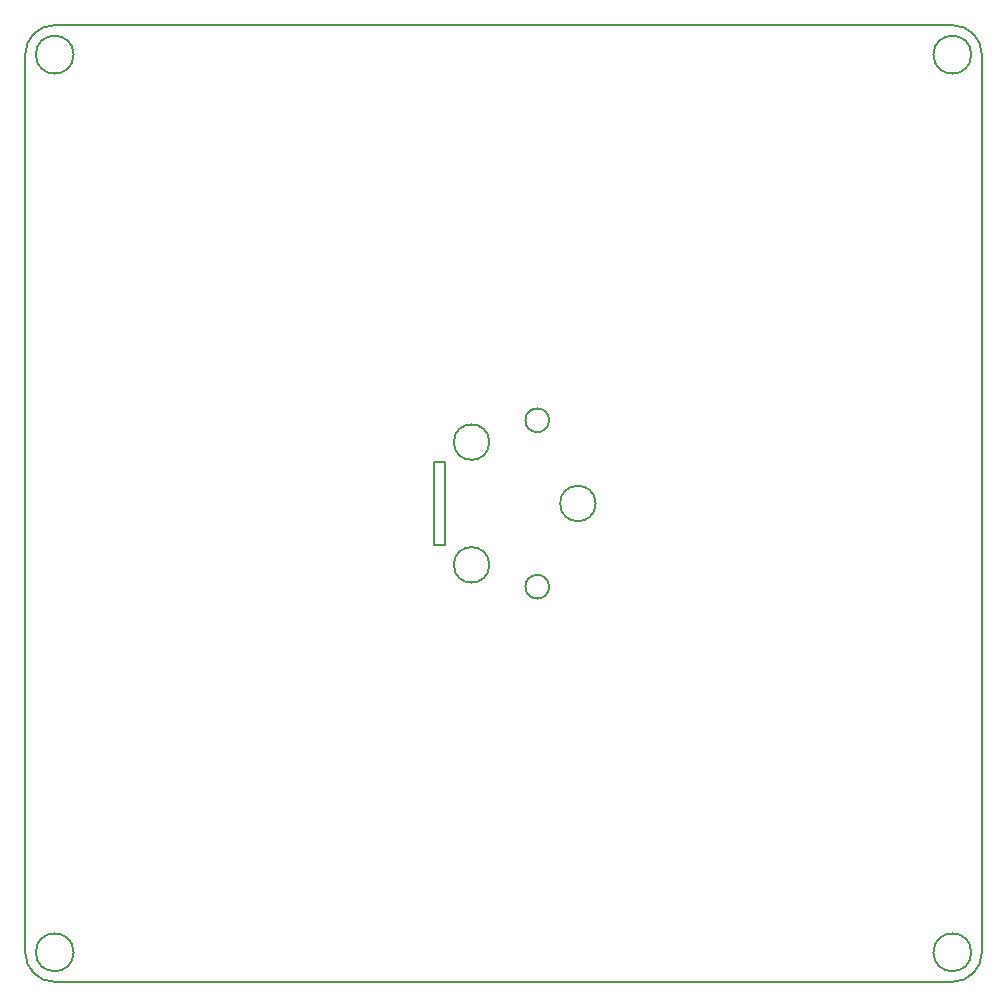
<source format=gbr>
%TF.GenerationSoftware,KiCad,Pcbnew,(6.0.9)*%
%TF.CreationDate,2022-11-14T09:49:53+08:00*%
%TF.ProjectId,YYSJ_2.1''_knob,5959534a-5f32-42e3-9127-275f6b6e6f62,rev?*%
%TF.SameCoordinates,Original*%
%TF.FileFunction,Profile,NP*%
%FSLAX46Y46*%
G04 Gerber Fmt 4.6, Leading zero omitted, Abs format (unit mm)*
G04 Created by KiCad (PCBNEW (6.0.9)) date 2022-11-14 09:49:53*
%MOMM*%
%LPD*%
G01*
G04 APERTURE LIST*
%TA.AperFunction,Profile*%
%ADD10C,0.200000*%
%TD*%
G04 APERTURE END LIST*
D10*
X131376700Y-91535000D02*
G75*
G03*
X128876651Y-89035000I-2500100J-100D01*
G01*
X128876651Y-170034951D02*
G75*
G03*
X131376651Y-167535000I49J2499951D01*
G01*
X94733803Y-122487004D02*
G75*
G03*
X94733803Y-122487004I-1000000J0D01*
G01*
X84955803Y-133035000D02*
X85955803Y-133035000D01*
X89668801Y-124339001D02*
G75*
G03*
X89668801Y-124339001I-1500000J0D01*
G01*
X89668801Y-134730999D02*
G75*
G03*
X89668801Y-134730999I-1500000J0D01*
G01*
X130476651Y-91535000D02*
G75*
G03*
X130476651Y-91535000I-1600000J0D01*
G01*
X50376651Y-91535000D02*
X50376651Y-167535000D01*
X131376651Y-91535000D02*
X131376651Y-167535000D01*
X130476651Y-167535000D02*
G75*
G03*
X130476651Y-167535000I-1600000J0D01*
G01*
X52876651Y-89035000D02*
X128876651Y-89035000D01*
X85955803Y-126035000D02*
X84955803Y-126035000D01*
X98668801Y-129535000D02*
G75*
G03*
X98668801Y-129535000I-1500000J0D01*
G01*
X54476651Y-167535000D02*
G75*
G03*
X54476651Y-167535000I-1600000J0D01*
G01*
X52876651Y-170035000D02*
X128876651Y-170035000D01*
X94733803Y-136582997D02*
G75*
G03*
X94733803Y-136582997I-1000000J0D01*
G01*
X52876651Y-89035001D02*
G75*
G03*
X50376651Y-91535000I29J-2500029D01*
G01*
X50376700Y-167535000D02*
G75*
G03*
X52876651Y-170035000I2499900J-100D01*
G01*
X54476651Y-91535000D02*
G75*
G03*
X54476651Y-91535000I-1600000J0D01*
G01*
X84955803Y-126035000D02*
X84955803Y-133035000D01*
X85955803Y-133035000D02*
X85955803Y-126035000D01*
M02*

</source>
